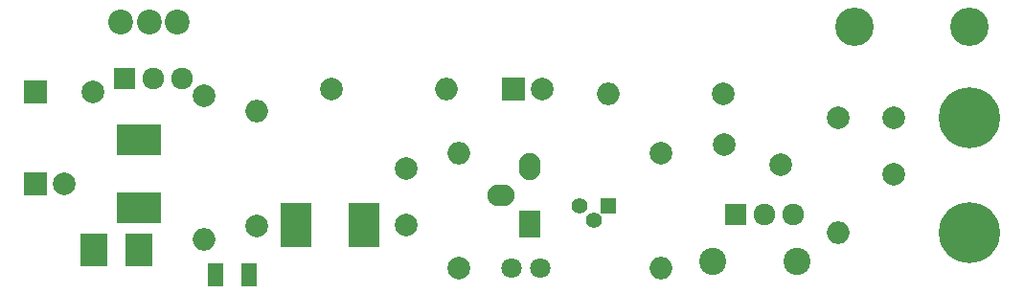
<source format=gbr>
G04 #@! TF.FileFunction,Soldermask,Top*
%FSLAX46Y46*%
G04 Gerber Fmt 4.6, Leading zero omitted, Abs format (unit mm)*
G04 Created by KiCad (PCBNEW 4.0.5) date 06/01/17 17:38:21*
%MOMM*%
%LPD*%
G01*
G04 APERTURE LIST*
%ADD10C,0.100000*%
%ADD11C,5.401260*%
%ADD12R,2.400000X2.900000*%
%ADD13R,1.400000X2.000000*%
%ADD14C,2.000000*%
%ADD15C,1.800000*%
%ADD16C,2.400000*%
%ADD17R,2.000000X2.000000*%
%ADD18R,3.900120X2.749500*%
%ADD19R,2.749500X3.900120*%
%ADD20O,2.000000X2.000000*%
%ADD21C,3.399740*%
%ADD22C,1.400000*%
%ADD23R,1.400000X1.400000*%
%ADD24C,2.200000*%
%ADD25O,2.400000X1.900000*%
%ADD26R,1.900000X2.400000*%
%ADD27O,1.900000X2.400000*%
%ADD28C,1.920000*%
%ADD29R,1.920000X1.920000*%
G04 APERTURE END LIST*
D10*
D11*
X163677600Y-102951280D03*
X163677600Y-113111280D03*
D12*
X90285320Y-114564160D03*
X86285320Y-114564160D03*
D13*
X97050600Y-116794280D03*
X100050600Y-116794280D03*
D14*
X113924080Y-107395000D03*
X113924080Y-112395000D03*
D15*
X125740800Y-116210080D03*
X123240800Y-116210080D03*
D16*
X140963000Y-115620800D03*
X148463000Y-115620800D03*
D14*
X157017720Y-102939840D03*
X157017720Y-107939840D03*
D17*
X123417960Y-100396040D03*
D14*
X125917960Y-100396040D03*
X141991080Y-105298240D03*
X146991080Y-107098240D03*
D18*
X90281760Y-104856280D03*
X90281760Y-110906560D03*
D19*
X110213140Y-112395000D03*
X104162860Y-112395000D03*
D14*
X96052640Y-100949760D03*
D20*
X96052640Y-113649760D03*
D14*
X100675440Y-112445800D03*
D20*
X100675440Y-102285800D03*
D14*
X118597680Y-116174520D03*
D20*
X118597680Y-106014520D03*
D14*
X107264200Y-100411280D03*
D20*
X117424200Y-100411280D03*
D14*
X136453880Y-106014520D03*
D20*
X136453880Y-116174520D03*
D14*
X141960600Y-100787200D03*
D20*
X131800600Y-100787200D03*
D14*
X152074880Y-102895400D03*
D20*
X152074880Y-113055400D03*
D21*
X163652200Y-94843600D03*
X153492200Y-94843600D03*
D22*
X130520440Y-111993680D03*
X129250440Y-110723680D03*
D23*
X131790440Y-110723680D03*
D17*
X81172040Y-100629720D03*
D14*
X86172040Y-100629720D03*
D17*
X81157440Y-108742480D03*
D14*
X83657440Y-108742480D03*
D24*
X88675200Y-94477840D03*
X91175200Y-94477840D03*
X93675200Y-94477840D03*
D25*
X122285760Y-109799120D03*
D26*
X124825760Y-112339120D03*
D27*
X124825760Y-107259120D03*
D28*
X145542000Y-111485680D03*
X148082000Y-111485680D03*
D29*
X143002000Y-111485680D03*
D28*
X91511120Y-99446080D03*
X94051120Y-99446080D03*
D29*
X88971120Y-99446080D03*
M02*

</source>
